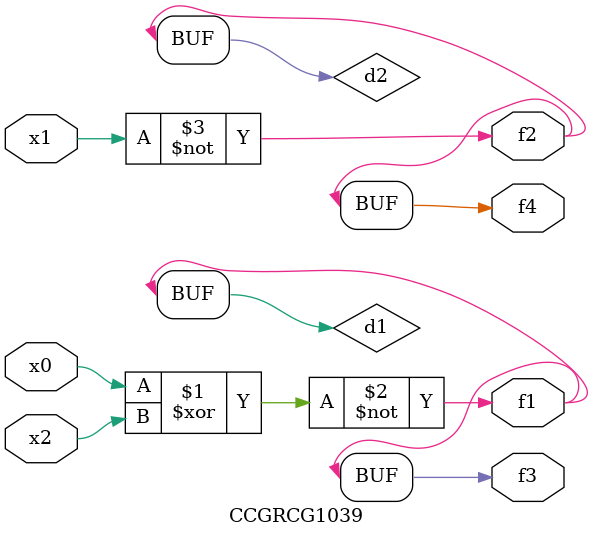
<source format=v>
module CCGRCG1039(
	input x0, x1, x2,
	output f1, f2, f3, f4
);

	wire d1, d2, d3;

	xnor (d1, x0, x2);
	nand (d2, x1);
	nor (d3, x1, x2);
	assign f1 = d1;
	assign f2 = d2;
	assign f3 = d1;
	assign f4 = d2;
endmodule

</source>
